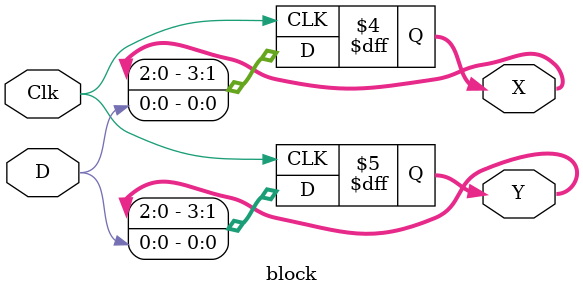
<source format=sv>
module block (D,Clk,X,Y) ;
    input D,Clk;
    output reg [3:0] X,Y;
    integer i;

    always@ (posedge Clk) begin
        for(i=3;i>0;i=i-1) begin 
            X[i] = X[i-1];
        end

        
        for (i = 1; i<=3; i=i+1) begin
            Y[i] <= Y[i-1];
        end

        X[0] = D ;
        Y[0] <= D;
    end
endmodule
</source>
